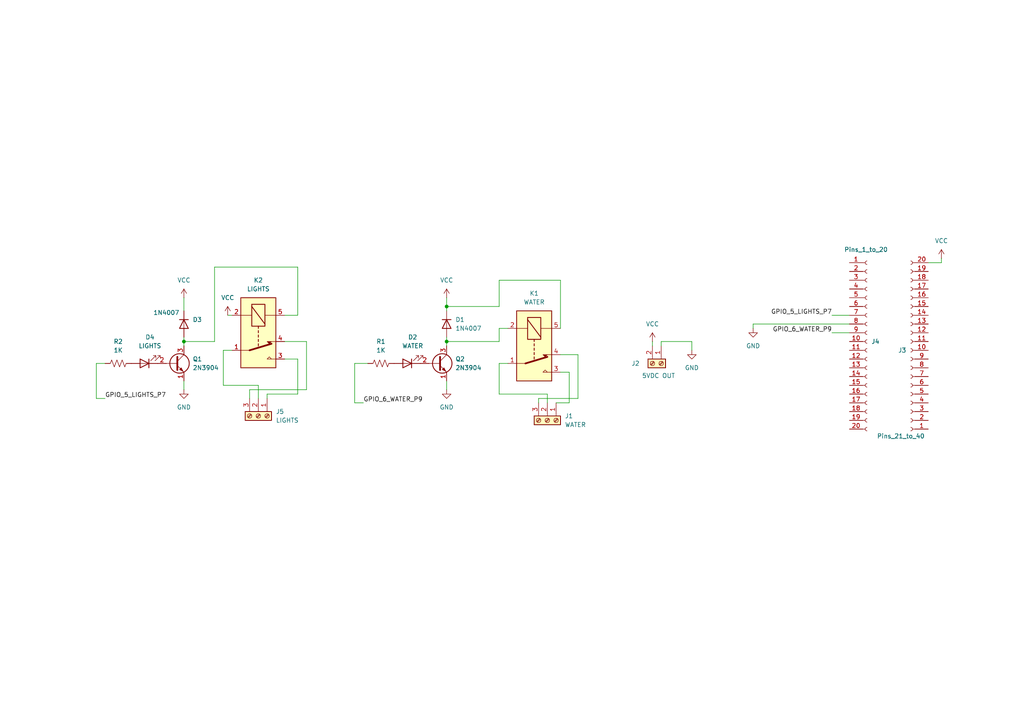
<source format=kicad_sch>
(kicad_sch (version 20250114) (generator "eeschema") (generator_version "9.0")
  (paper "A4")
  (lib_symbols
    (symbol "Conn_01x20_Socket_1" (pin_names (offset 1.016) (hide yes))
      (property "Reference" "J" (at 0 25.4 0))
      (property "Value" "Conn_01x20_Socket" (at 0 -27.94 0))
      (symbol "Conn_01x20_Socket_1_1_1"
        (polyline (pts (xy -1.27 22.86) (xy -0.508 22.86)) (stroke (width 0.1524)))
        (polyline (pts (xy -1.27 20.32) (xy -0.508 20.32)) (stroke (width 0.1524)))
        (polyline (pts (xy -1.27 17.78) (xy -0.508 17.78)) (stroke (width 0.1524)))
        (polyline (pts (xy -1.27 15.24) (xy -0.508 15.24)) (stroke (width 0.1524)))
        (polyline (pts (xy -1.27 12.7) (xy -0.508 12.7)) (stroke (width 0.1524)))
        (polyline (pts (xy -1.27 10.16) (xy -0.508 10.16)) (stroke (width 0.1524)))
        (polyline (pts (xy -1.27 7.62) (xy -0.508 7.62)) (stroke (width 0.1524)))
        (polyline (pts (xy -1.27 5.08) (xy -0.508 5.08)) (stroke (width 0.1524)))
        (polyline (pts (xy -1.27 2.54) (xy -0.508 2.54)) (stroke (width 0.1524)))
        (polyline (pts (xy -1.27 0) (xy -0.508 0)) (stroke (width 0.1524)))
        (polyline (pts (xy -1.27 -2.54) (xy -0.508 -2.54)) (stroke (width 0.1524)))
        (polyline (pts (xy -1.27 -5.08) (xy -0.508 -5.08)) (stroke (width 0.1524)))
        (polyline (pts (xy -1.27 -7.62) (xy -0.508 -7.62)) (stroke (width 0.1524)))
        (polyline (pts (xy -1.27 -10.16) (xy -0.508 -10.16)) (stroke (width 0.1524)))
        (polyline (pts (xy -1.27 -12.7) (xy -0.508 -12.7)) (stroke (width 0.1524)))
        (polyline (pts (xy -1.27 -15.24) (xy -0.508 -15.24)) (stroke (width 0.1524)))
        (polyline (pts (xy -1.27 -17.78) (xy -0.508 -17.78)) (stroke (width 0.1524)))
        (polyline (pts (xy -1.27 -20.32) (xy -0.508 -20.32)) (stroke (width 0.1524)))
        (polyline (pts (xy -1.27 -22.86) (xy -0.508 -22.86)) (stroke (width 0.1524)))
        (polyline (pts (xy -1.27 -25.4) (xy -0.508 -25.4)) (stroke (width 0.1524)))
        (arc (start 0 22.352) (mid -0.5058 22.86) (end 0 23.368) (stroke (width 0.1524)))
        (arc (start 0 19.812) (mid -0.5058 20.32) (end 0 20.828) (stroke (width 0.1524)))
        (arc (start 0 17.272) (mid -0.5058 17.78) (end 0 18.288) (stroke (width 0.1524)))
        (arc (start 0 14.732) (mid -0.5058 15.24) (end 0 15.748) (stroke (width 0.1524)))
        (arc (start 0 12.192) (mid -0.5058 12.7) (end 0 13.208) (stroke (width 0.1524)))
        (arc (start 0 9.652) (mid -0.5058 10.16) (end 0 10.668) (stroke (width 0.1524)))
        (arc (start 0 7.112) (mid -0.5058 7.62) (end 0 8.128) (stroke (width 0.1524)))
        (arc (start 0 4.572) (mid -0.5058 5.08) (end 0 5.588) (stroke (width 0.1524)))
        (arc (start 0 2.032) (mid -0.5058 2.54) (end 0 3.048) (stroke (width 0.1524)))
        (arc (start 0 -0.508) (mid -0.5058 0) (end 0 0.508) (stroke (width 0.1524)))
        (arc (start 0 -3.048) (mid -0.5058 -2.54) (end 0 -2.032) (stroke (width 0.1524)))
        (arc (start 0 -5.588) (mid -0.5058 -5.08) (end 0 -4.572) (stroke (width 0.1524)))
        (arc (start 0 -8.128) (mid -0.5058 -7.62) (end 0 -7.112) (stroke (width 0.1524)))
        (arc (start 0 -10.668) (mid -0.5058 -10.16) (end 0 -9.652) (stroke (width 0.1524)))
        (arc (start 0 -13.208) (mid -0.5058 -12.7) (end 0 -12.192) (stroke (width 0.1524)))
        (arc (start 0 -15.748) (mid -0.5058 -15.24) (end 0 -14.732) (stroke (width 0.1524)))
        (arc (start 0 -18.288) (mid -0.5058 -17.78) (end 0 -17.272) (stroke (width 0.1524)))
        (arc (start 0 -20.828) (mid -0.5058 -20.32) (end 0 -19.812) (stroke (width 0.1524)))
        (arc (start 0 -23.368) (mid -0.5058 -22.86) (end 0 -22.352) (stroke (width 0.1524)))
        (arc (start 0 -25.908) (mid -0.5058 -25.4) (end 0 -24.892) (stroke (width 0.1524)))
        (pin passive line (at -5.08 22.86 0) (length 3.81) (name "Pin_1") (number "1"))
        (pin passive line (at -5.08 20.32 0) (length 3.81) (name "Pin_2") (number "2"))
        (pin passive line (at -5.08 17.78 0) (length 3.81) (name "Pin_3") (number "3"))
        (pin passive line (at -5.08 15.24 0) (length 3.81) (name "Pin_4") (number "4"))
        (pin passive line (at -5.08 12.7 0) (length 3.81) (name "Pin_5") (number "5"))
        (pin passive line (at -5.08 10.16 0) (length 3.81) (name "Pin_6") (number "6"))
        (pin passive line (at -5.08 7.62 0) (length 3.81) (name "Pin_7") (number "7"))
        (pin passive line (at -5.08 5.08 0) (length 3.81) (name "Pin_8") (number "8"))
        (pin passive line (at -5.08 2.54 0) (length 3.81) (name "Pin_9") (number "9"))
        (pin passive line (at -5.08 0 0) (length 3.81) (name "Pin_10") (number "10"))
        (pin passive line (at -5.08 -2.54 0) (length 3.81) (name "Pin_11") (number "11"))
        (pin passive line (at -5.08 -5.08 0) (length 3.81) (name "Pin_12") (number "12"))
        (pin passive line (at -5.08 -7.62 0) (length 3.81) (name "Pin_13") (number "13"))
        (pin passive line (at -5.08 -10.16 0) (length 3.81) (name "Pin_14") (number "14"))
        (pin passive line (at -5.08 -12.7 0) (length 3.81) (name "Pin_15") (number "15"))
        (pin passive line (at -5.08 -15.24 0) (length 3.81) (name "Pin_16") (number "16"))
        (pin passive line (at -5.08 -17.78 0) (length 3.81) (name "Pin_17") (number "17"))
        (pin passive line (at -5.08 -20.32 0) (length 3.81) (name "Pin_18") (number "18"))
        (pin passive line (at -5.08 -22.86 0) (length 3.81) (name "Pin_19") (number "19"))
        (pin passive line (at -5.08 -25.4 0) (length 3.81) (name "Pin_20") (number "20"))
      )
    )
    (symbol "Connector:Conn_01x20_Socket" (pin_names (offset 1.016) (hide yes))
      (property "Reference" "J" (at 0 25.4 0))
      (property "Value" "Conn_01x20_Socket" (at 0 -27.94 0))
      (symbol "Conn_01x20_Socket_1_1"
        (polyline (pts (xy -1.27 22.86) (xy -0.508 22.86)) (stroke (width 0.1524)))
        (polyline (pts (xy -1.27 20.32) (xy -0.508 20.32)) (stroke (width 0.1524)))
        (polyline (pts (xy -1.27 17.78) (xy -0.508 17.78)) (stroke (width 0.1524)))
        (polyline (pts (xy -1.27 15.24) (xy -0.508 15.24)) (stroke (width 0.1524)))
        (polyline (pts (xy -1.27 12.7) (xy -0.508 12.7)) (stroke (width 0.1524)))
        (polyline (pts (xy -1.27 10.16) (xy -0.508 10.16)) (stroke (width 0.1524)))
        (polyline (pts (xy -1.27 7.62) (xy -0.508 7.62)) (stroke (width 0.1524)))
        (polyline (pts (xy -1.27 5.08) (xy -0.508 5.08)) (stroke (width 0.1524)))
        (polyline (pts (xy -1.27 2.54) (xy -0.508 2.54)) (stroke (width 0.1524)))
        (polyline (pts (xy -1.27 0) (xy -0.508 0)) (stroke (width 0.1524)))
        (polyline (pts (xy -1.27 -2.54) (xy -0.508 -2.54)) (stroke (width 0.1524)))
        (polyline (pts (xy -1.27 -5.08) (xy -0.508 -5.08)) (stroke (width 0.1524)))
        (polyline (pts (xy -1.27 -7.62) (xy -0.508 -7.62)) (stroke (width 0.1524)))
        (polyline (pts (xy -1.27 -10.16) (xy -0.508 -10.16)) (stroke (width 0.1524)))
        (polyline (pts (xy -1.27 -12.7) (xy -0.508 -12.7)) (stroke (width 0.1524)))
        (polyline (pts (xy -1.27 -15.24) (xy -0.508 -15.24)) (stroke (width 0.1524)))
        (polyline (pts (xy -1.27 -17.78) (xy -0.508 -17.78)) (stroke (width 0.1524)))
        (polyline (pts (xy -1.27 -20.32) (xy -0.508 -20.32)) (stroke (width 0.1524)))
        (polyline (pts (xy -1.27 -22.86) (xy -0.508 -22.86)) (stroke (width 0.1524)))
        (polyline (pts (xy -1.27 -25.4) (xy -0.508 -25.4)) (stroke (width 0.1524)))
        (arc (start 0 22.352) (mid -0.5058 22.86) (end 0 23.368) (stroke (width 0.1524)))
        (arc (start 0 19.812) (mid -0.5058 20.32) (end 0 20.828) (stroke (width 0.1524)))
        (arc (start 0 17.272) (mid -0.5058 17.78) (end 0 18.288) (stroke (width 0.1524)))
        (arc (start 0 14.732) (mid -0.5058 15.24) (end 0 15.748) (stroke (width 0.1524)))
        (arc (start 0 12.192) (mid -0.5058 12.7) (end 0 13.208) (stroke (width 0.1524)))
        (arc (start 0 9.652) (mid -0.5058 10.16) (end 0 10.668) (stroke (width 0.1524)))
        (arc (start 0 7.112) (mid -0.5058 7.62) (end 0 8.128) (stroke (width 0.1524)))
        (arc (start 0 4.572) (mid -0.5058 5.08) (end 0 5.588) (stroke (width 0.1524)))
        (arc (start 0 2.032) (mid -0.5058 2.54) (end 0 3.048) (stroke (width 0.1524)))
        (arc (start 0 -0.508) (mid -0.5058 0) (end 0 0.508) (stroke (width 0.1524)))
        (arc (start 0 -3.048) (mid -0.5058 -2.54) (end 0 -2.032) (stroke (width 0.1524)))
        (arc (start 0 -5.588) (mid -0.5058 -5.08) (end 0 -4.572) (stroke (width 0.1524)))
        (arc (start 0 -8.128) (mid -0.5058 -7.62) (end 0 -7.112) (stroke (width 0.1524)))
        (arc (start 0 -10.668) (mid -0.5058 -10.16) (end 0 -9.652) (stroke (width 0.1524)))
        (arc (start 0 -13.208) (mid -0.5058 -12.7) (end 0 -12.192) (stroke (width 0.1524)))
        (arc (start 0 -15.748) (mid -0.5058 -15.24) (end 0 -14.732) (stroke (width 0.1524)))
        (arc (start 0 -18.288) (mid -0.5058 -17.78) (end 0 -17.272) (stroke (width 0.1524)))
        (arc (start 0 -20.828) (mid -0.5058 -20.32) (end 0 -19.812) (stroke (width 0.1524)))
        (arc (start 0 -23.368) (mid -0.5058 -22.86) (end 0 -22.352) (stroke (width 0.1524)))
        (arc (start 0 -25.908) (mid -0.5058 -25.4) (end 0 -24.892) (stroke (width 0.1524)))
        (pin passive line (at -5.08 22.86 0) (length 3.81) (name "Pin_1") (number "1"))
        (pin passive line (at -5.08 20.32 0) (length 3.81) (name "Pin_2") (number "2"))
        (pin passive line (at -5.08 17.78 0) (length 3.81) (name "Pin_3") (number "3"))
        (pin passive line (at -5.08 15.24 0) (length 3.81) (name "Pin_4") (number "4"))
        (pin passive line (at -5.08 12.7 0) (length 3.81) (name "Pin_5") (number "5"))
        (pin passive line (at -5.08 10.16 0) (length 3.81) (name "Pin_6") (number "6"))
        (pin passive line (at -5.08 7.62 0) (length 3.81) (name "Pin_7") (number "7"))
        (pin passive line (at -5.08 5.08 0) (length 3.81) (name "Pin_8") (number "8"))
        (pin passive line (at -5.08 2.54 0) (length 3.81) (name "Pin_9") (number "9"))
        (pin passive line (at -5.08 0 0) (length 3.81) (name "Pin_10") (number "10"))
        (pin passive line (at -5.08 -2.54 0) (length 3.81) (name "Pin_11") (number "11"))
        (pin passive line (at -5.08 -5.08 0) (length 3.81) (name "Pin_12") (number "12"))
        (pin passive line (at -5.08 -7.62 0) (length 3.81) (name "Pin_13") (number "13"))
        (pin passive line (at -5.08 -10.16 0) (length 3.81) (name "Pin_14") (number "14"))
        (pin passive line (at -5.08 -12.7 0) (length 3.81) (name "Pin_15") (number "15"))
        (pin passive line (at -5.08 -15.24 0) (length 3.81) (name "Pin_16") (number "16"))
        (pin passive line (at -5.08 -17.78 0) (length 3.81) (name "Pin_17") (number "17"))
        (pin passive line (at -5.08 -20.32 0) (length 3.81) (name "Pin_18") (number "18"))
        (pin passive line (at -5.08 -22.86 0) (length 3.81) (name "Pin_19") (number "19"))
        (pin passive line (at -5.08 -25.4 0) (length 3.81) (name "Pin_20") (number "20"))
      )
    )
    (symbol "Connector:Screw_Terminal_01x02" (pin_names (offset 1.016) (hide yes))
      (property "Reference" "J" (at 0 2.54 0))
      (property "Value" "Screw_Terminal_01x02" (at 0 -5.08 0))
      (symbol "Screw_Terminal_01x02_1_1"
        (rectangle (start -1.27 1.27) (end 1.27 -3.81) (stroke (width 0.254)) (fill (type background)))
        (polyline (pts (xy -0.5334 0.3302) (xy 0.3302 -0.508)) (stroke (width 0.1524)))
        (polyline (pts (xy -0.5334 -2.2098) (xy 0.3302 -3.048)) (stroke (width 0.1524)))
        (polyline (pts (xy -0.3556 0.508) (xy 0.508 -0.3302)) (stroke (width 0.1524)))
        (polyline (pts (xy -0.3556 -2.032) (xy 0.508 -2.8702)) (stroke (width 0.1524)))
        (circle (center 0 0) (radius 0.635) (stroke (width 0.1524)))
        (circle (center 0 -2.54) (radius 0.635) (stroke (width 0.1524)))
        (pin passive line (at -5.08 0 0) (length 3.81) (name "Pin_1") (number "1"))
        (pin passive line (at -5.08 -2.54 0) (length 3.81) (name "Pin_2") (number "2"))
      )
    )
    (symbol "Connector:Screw_Terminal_01x03" (pin_names (offset 1.016) (hide yes))
      (property "Reference" "J" (at 0 5.08 0))
      (property "Value" "Screw_Terminal_01x03" (at 0 -5.08 0))
      (symbol "Screw_Terminal_01x03_1_1"
        (rectangle (start -1.27 3.81) (end 1.27 -3.81) (stroke (width 0.254)) (fill (type background)))
        (polyline (pts (xy -0.5334 2.8702) (xy 0.3302 2.032)) (stroke (width 0.1524)))
        (polyline (pts (xy -0.5334 0.3302) (xy 0.3302 -0.508)) (stroke (width 0.1524)))
        (polyline (pts (xy -0.5334 -2.2098) (xy 0.3302 -3.048)) (stroke (width 0.1524)))
        (polyline (pts (xy -0.3556 3.048) (xy 0.508 2.2098)) (stroke (width 0.1524)))
        (polyline (pts (xy -0.3556 0.508) (xy 0.508 -0.3302)) (stroke (width 0.1524)))
        (polyline (pts (xy -0.3556 -2.032) (xy 0.508 -2.8702)) (stroke (width 0.1524)))
        (circle (center 0 2.54) (radius 0.635) (stroke (width 0.1524)))
        (circle (center 0 0) (radius 0.635) (stroke (width 0.1524)))
        (circle (center 0 -2.54) (radius 0.635) (stroke (width 0.1524)))
        (pin passive line (at -5.08 2.54 0) (length 3.81) (name "Pin_1") (number "1"))
        (pin passive line (at -5.08 0 0) (length 3.81) (name "Pin_2") (number "2"))
        (pin passive line (at -5.08 -2.54 0) (length 3.81) (name "Pin_3") (number "3"))
      )
    )
    (symbol "Device:LED" (pin_numbers (hide yes)) (pin_names (offset 1.016) (hide yes))
      (property "Reference" "D" (at 0 2.54 0))
      (property "Value" "LED" (at 0 -2.54 0))
      (symbol "LED_0_1"
        (polyline (pts (xy -3.048 -0.762) (xy -4.572 -2.286) (xy -3.81 -2.286) (xy -4.572 -2.286) (xy -4.572 -1.524)))
        (polyline (pts (xy -1.778 -0.762) (xy -3.302 -2.286) (xy -2.54 -2.286) (xy -3.302 -2.286) (xy -3.302 -1.524)))
        (polyline (pts (xy -1.27 0) (xy 1.27 0)))
        (polyline (pts (xy -1.27 -1.27) (xy -1.27 1.27)) (stroke (width 0.254)))
        (polyline (pts (xy 1.27 -1.27) (xy 1.27 1.27) (xy -1.27 0) (xy 1.27 -1.27)) (stroke (width 0.254)))
      )
      (symbol "LED_1_1"
        (pin passive line (at -3.81 0 0) (length 2.54) (name "K") (number "1"))
        (pin passive line (at 3.81 0 180) (length 2.54) (name "A") (number "2"))
      )
    )
    (symbol "Device:R_US" (pin_numbers (hide yes)) (pin_names (offset 0))
      (property "Reference" "R" (at 2.54 0 90))
      (property "Value" "R_US" (at -2.54 0 90))
      (symbol "R_US_0_1"
        (polyline (pts (xy 0 2.286) (xy 0 2.54)))
        (polyline (pts (xy 0 2.286) (xy 1.016 1.905) (xy 0 1.524) (xy -1.016 1.143) (xy 0 0.762)))
        (polyline (pts (xy 0 0.762) (xy 1.016 0.381) (xy 0 0) (xy -1.016 -0.381) (xy 0 -0.762)))
        (polyline (pts (xy 0 -0.762) (xy 1.016 -1.143) (xy 0 -1.524) (xy -1.016 -1.905) (xy 0 -2.286)))
        (polyline (pts (xy 0 -2.286) (xy 0 -2.54)))
      )
      (symbol "R_US_1_1"
        (pin passive line (at 0 3.81 270) (length 1.27) (name "~") (number "1"))
        (pin passive line (at 0 -3.81 90) (length 1.27) (name "~") (number "2"))
      )
    )
    (symbol "Diode:1N4007" (pin_numbers (hide yes)) (pin_names (hide yes))
      (property "Reference" "D" (at 0 2.54 0))
      (property "Value" "1N4007" (at 0 -2.54 0))
      (symbol "1N4007_0_1"
        (polyline (pts (xy -1.27 1.27) (xy -1.27 -1.27)) (stroke (width 0.254)))
        (polyline (pts (xy 1.27 1.27) (xy 1.27 -1.27) (xy -1.27 0) (xy 1.27 1.27)) (stroke (width 0.254)))
        (polyline (pts (xy 1.27 0) (xy -1.27 0)))
      )
      (symbol "1N4007_1_1"
        (pin passive line (at -3.81 0 0) (length 2.54) (name "K") (number "1"))
        (pin passive line (at 3.81 0 180) (length 2.54) (name "A") (number "2"))
      )
    )
    (symbol "Relay:SANYOU_SRD_Form_C"
      (property "Reference" "K" (at 11.43 3.81 0))
      (property "Value" "SANYOU_SRD_Form_C" (at 11.43 1.27 0))
      (symbol "SANYOU_SRD_Form_C_0_0"
        (polyline (pts (xy 7.62 5.08) (xy 7.62 2.54) (xy 6.985 3.175) (xy 7.62 3.81)))
      )
      (symbol "SANYOU_SRD_Form_C_0_1"
        (rectangle (start -10.16 5.08) (end 10.16 -5.08) (stroke (width 0.254)) (fill (type background)))
        (rectangle (start -8.255 1.905) (end -1.905 -1.905) (stroke (width 0.254)))
        (polyline (pts (xy -7.62 -1.905) (xy -2.54 1.905)) (stroke (width 0.254)))
        (polyline (pts (xy -5.08 5.08) (xy -5.08 1.905)))
        (polyline (pts (xy -5.08 -5.08) (xy -5.08 -1.905)))
        (polyline (pts (xy -1.905 0) (xy -1.27 0)) (stroke (width 0.254)))
        (polyline (pts (xy -0.635 0) (xy 0 0)) (stroke (width 0.254)))
        (polyline (pts (xy 0.635 0) (xy 1.27 0)) (stroke (width 0.254)))
        (polyline (pts (xy 1.905 0) (xy 2.54 0)) (stroke (width 0.254)))
        (polyline (pts (xy 3.175 0) (xy 3.81 0)) (stroke (width 0.254)))
        (polyline (pts (xy 5.08 -2.54) (xy 3.175 3.81)) (stroke (width 0.508)))
        (polyline (pts (xy 5.08 -2.54) (xy 5.08 -5.08)))
      )
      (symbol "SANYOU_SRD_Form_C_1_1"
        (polyline (pts (xy 2.54 3.81) (xy 3.175 3.175) (xy 2.54 2.54) (xy 2.54 5.08)) (fill (type outline)))
        (pin passive line (at -5.08 7.62 270) (length 2.54) (name "~") (number "5"))
        (pin passive line (at -5.08 -7.62 90) (length 2.54) (name "~") (number "2"))
        (pin passive line (at 2.54 7.62 270) (length 2.54) (name "~") (number "4"))
        (pin passive line (at 5.08 -7.62 90) (length 2.54) (name "~") (number "1"))
        (pin passive line (at 7.62 7.62 270) (length 2.54) (name "~") (number "3"))
      )
    )
    (symbol "Transistor_BJT:2N3904" (pin_names (offset 0) (hide yes))
      (property "Reference" "Q" (at 5.08 1.905 0))
      (property "Value" "2N3904" (at 5.08 0 0))
      (symbol "2N3904_0_1"
        (polyline (pts (xy -2.54 0) (xy 0.635 0)))
        (polyline (pts (xy 0.635 1.905) (xy 0.635 -1.905)) (stroke (width 0.508)))
        (circle (center 1.27 0) (radius 2.8194) (stroke (width 0.254)))
      )
      (symbol "2N3904_1_1"
        (polyline (pts (xy 0.635 0.635) (xy 2.54 2.54)))
        (polyline (pts (xy 0.635 -0.635) (xy 2.54 -2.54)))
        (polyline (pts (xy 1.27 -1.778) (xy 1.778 -1.27) (xy 2.286 -2.286) (xy 1.27 -1.778)) (fill (type outline)))
        (pin input line (at -5.08 0 0) (length 2.54) (name "B") (number "2"))
        (pin passive line (at 2.54 5.08 270) (length 2.54) (name "C") (number "3"))
        (pin passive line (at 2.54 -5.08 90) (length 2.54) (name "E") (number "1"))
      )
    )
    (symbol "power:GND" (power) (pin_numbers (hide yes)) (pin_names (offset 0) (hide yes))
      (property "Value" "GND" (at 0 -3.81 0))
      (symbol "GND_0_1"
        (polyline (pts (xy 0 0) (xy 0 -1.27) (xy 1.27 -1.27) (xy 0 -2.54) (xy -1.27 -1.27) (xy 0 -1.27)))
      )
      (symbol "GND_1_1"
        (pin power_in line (at 0 0 270) (length 0) (name "~") (number "1"))
      )
    )
    (symbol "power:VCC" (power) (pin_numbers (hide yes)) (pin_names (offset 0) (hide yes))
      (property "Value" "VCC" (at 0 3.556 0))
      (symbol "VCC_0_1"
        (polyline (pts (xy -0.762 1.27) (xy 0 2.54)))
        (polyline (pts (xy 0 2.54) (xy 0.762 1.27)))
        (polyline (pts (xy 0 0) (xy 0 2.54)))
      )
      (symbol "VCC_1_1"
        (pin power_in line (at 0 0 90) (length 0) (name "~") (number "1"))
      )
    )
  )
  (junction (at 129.54 99.06))
  (junction (at 129.54 88.9))
  (junction (at 53.34 99.06))
  (wire (pts (xy 165.1 116.84) (xy 161.29 116.84)))
  (wire (pts (xy 86.36 91.44) (xy 86.36 77.47)))
  (wire (pts (xy 162.56 102.87) (xy 167.64 102.87)))
  (wire (pts (xy 64.77 101.6) (xy 64.77 111.76)))
  (wire (pts (xy 144.78 95.25) (xy 144.78 99.06)))
  (wire (pts (xy 241.3 91.44) (xy 246.38 91.44)))
  (wire (pts (xy 158.75 114.3) (xy 144.78 114.3)))
  (wire (pts (xy 158.75 116.84) (xy 158.75 114.3)))
  (wire (pts (xy 106.68 105.41) (xy 102.87 105.41)))
  (wire (pts (xy 30.48 105.41) (xy 27.94 105.41)))
  (wire (pts (xy 218.44 93.98) (xy 218.44 95.25)))
  (wire (pts (xy 53.34 99.06) (xy 53.34 97.79)))
  (wire (pts (xy 129.54 97.79) (xy 129.54 99.06)))
  (wire (pts (xy 144.78 88.9) (xy 129.54 88.9)))
  (wire (pts (xy 167.64 115.57) (xy 156.21 115.57)))
  (wire (pts (xy 162.56 95.25) (xy 162.56 81.28)))
  (wire (pts (xy 62.23 77.47) (xy 62.23 99.06)))
  (wire (pts (xy 273.05 76.2) (xy 273.05 74.93)))
  (wire (pts (xy 67.31 101.6) (xy 64.77 101.6)))
  (wire (pts (xy 53.34 86.36) (xy 53.34 90.17)))
  (wire (pts (xy 167.64 102.87) (xy 167.64 115.57)))
  (wire (pts (xy 72.39 113.03) (xy 72.39 115.57)))
  (wire (pts (xy 200.66 99.06) (xy 200.66 101.6)))
  (wire (pts (xy 189.23 99.06) (xy 189.23 100.33)))
  (wire (pts (xy 77.47 114.3) (xy 77.47 115.57)))
  (wire (pts (xy 67.31 91.44) (xy 66.04 91.44)))
  (wire (pts (xy 147.32 95.25) (xy 144.78 95.25)))
  (wire (pts (xy 129.54 88.9) (xy 129.54 90.17)))
  (wire (pts (xy 144.78 114.3) (xy 144.78 105.41)))
  (wire (pts (xy 269.24 76.2) (xy 273.05 76.2)))
  (wire (pts (xy 82.55 104.14) (xy 86.36 104.14)))
  (wire (pts (xy 27.94 105.41) (xy 27.94 115.57)))
  (wire (pts (xy 156.21 115.57) (xy 156.21 116.84)))
  (wire (pts (xy 102.87 105.41) (xy 102.87 116.84)))
  (wire (pts (xy 102.87 116.84) (xy 105.41 116.84)))
  (wire (pts (xy 53.34 99.06) (xy 62.23 99.06)))
  (wire (pts (xy 86.36 114.3) (xy 77.47 114.3)))
  (wire (pts (xy 165.1 107.95) (xy 165.1 116.84)))
  (wire (pts (xy 64.77 111.76) (xy 74.93 111.76)))
  (wire (pts (xy 129.54 86.36) (xy 129.54 88.9)))
  (wire (pts (xy 86.36 104.14) (xy 86.36 114.3)))
  (wire (pts (xy 53.34 100.33) (xy 53.34 99.06)))
  (wire (pts (xy 27.94 115.57) (xy 30.48 115.57)))
  (wire (pts (xy 144.78 105.41) (xy 147.32 105.41)))
  (wire (pts (xy 241.3 96.52) (xy 246.38 96.52)))
  (wire (pts (xy 162.56 81.28) (xy 144.78 81.28)))
  (wire (pts (xy 82.55 91.44) (xy 86.36 91.44)))
  (wire (pts (xy 82.55 99.06) (xy 88.9 99.06)))
  (wire (pts (xy 129.54 113.03) (xy 129.54 110.49)))
  (wire (pts (xy 162.56 107.95) (xy 165.1 107.95)))
  (wire (pts (xy 144.78 99.06) (xy 129.54 99.06)))
  (wire (pts (xy 144.78 81.28) (xy 144.78 88.9)))
  (wire (pts (xy 218.44 93.98) (xy 246.38 93.98)))
  (wire (pts (xy 74.93 111.76) (xy 74.93 115.57)))
  (wire (pts (xy 129.54 99.06) (xy 129.54 100.33)))
  (wire (pts (xy 191.77 99.06) (xy 200.66 99.06)))
  (wire (pts (xy 88.9 113.03) (xy 72.39 113.03)))
  (wire (pts (xy 191.77 100.33) (xy 191.77 99.06)))
  (wire (pts (xy 88.9 99.06) (xy 88.9 113.03)))
  (wire (pts (xy 86.36 77.47) (xy 62.23 77.47)))
  (wire (pts (xy 53.34 113.03) (xy 53.34 110.49)))
  (label "GPIO_6_WATER_P9" (at 241.3 96.52 180))
  (label "GPIO_5_LIGHTS_P7" (at 30.48 115.57 0))
  (label "GPIO_5_LIGHTS_P7" (at 241.3 91.44 180))
  (label "GPIO_6_WATER_P9" (at 105.41 116.84 0))
  (symbol (lib_id "Connector:Conn_01x20_Socket") (at 264.16 101.6 180) (unit 1)
    (property "Reference" "J3" (at 262.89 101.6001 0) (effects (justify left)))
    (property "Value" "Pins_21_to_40" (at 268.224 126.492 0) (effects (justify left)))
    (property "Footprint" "Connector_PinSocket_2.54mm:PinSocket_1x20_P2.54mm_Vertical" (effects (hide yes)))
    (property "Description" "Generic connector, single row, 01x20, script generated" (effects (hide yes)))
  )
  (symbol (lib_id "power:GND") (at 200.66 101.6 0) (unit 1)
    (property "Reference" "#PWR08" (effects (hide yes)))
    (property "Value" "GND" (at 200.66 106.68 0))
    (property "Description" "Power symbol creates a global label with name \"GND\" , ground" (effects (hide yes)))
  )
  (symbol (lib_id "Device:LED") (at 41.91 105.41 180) (unit 1)
    (property "Reference" "D4" (at 43.4975 97.79 0))
    (property "Value" "LIGHTS" (at 43.4975 100.33 0))
    (property "Footprint" "LED_THT:LED_D3.0mm" (effects (hide yes)))
    (property "Description" "Light emitting diode" (effects (hide yes)))
    (property "Sim.Pins" "1=K 2=A" (effects (hide yes)))
  )
  (symbol (lib_id "power:VCC") (at 53.34 86.36 0) (unit 1)
    (property "Reference" "#PWR03" (effects (hide yes)))
    (property "Value" "VCC" (at 53.34 81.28 0))
    (property "Description" "Power symbol creates a global label with name \"VCC\"" (effects (hide yes)))
  )
  (symbol (lib_id "power:GND") (at 129.54 113.03 0) (unit 1)
    (property "Reference" "#PWR01" (effects (hide yes)))
    (property "Value" "GND" (at 129.54 118.11 0))
    (property "Description" "Power symbol creates a global label with name \"GND\" , ground" (effects (hide yes)))
  )
  (symbol (lib_id "Diode:1N4007") (at 129.54 93.98 270) (unit 1)
    (property "Reference" "D1" (at 132.08 92.7099 90) (effects (justify left)))
    (property "Value" "1N4007" (at 132.08 95.2499 90) (effects (justify left)))
    (property "Footprint" "Diode_THT:D_DO-41_SOD81_P10.16mm_Horizontal" (effects (hide yes)))
    (property "Datasheet" "http://www.vishay.com/docs/88503/1n4001.pdf" (effects (hide yes)))
    (property "Description" "1000V 1A General Purpose Rectifier Diode, DO-41" (effects (hide yes)))
    (property "Sim.Device" "D" (effects (hide yes)))
    (property "Sim.Pins" "1=K 2=A" (effects (hide yes)))
  )
  (symbol (lib_id "power:GND") (at 53.34 113.03 0) (unit 1)
    (property "Reference" "#PWR02" (effects (hide yes)))
    (property "Value" "GND" (at 53.34 118.11 0))
    (property "Description" "Power symbol creates a global label with name \"GND\" , ground" (effects (hide yes)))
  )
  (symbol (lib_id "Device:R_US") (at 110.49 105.41 90) (unit 1)
    (property "Reference" "R1" (at 110.49 99.06 90))
    (property "Value" "1K" (at 110.49 101.6 90))
    (property "Footprint" "Resistor_THT:R_Axial_DIN0207_L6.3mm_D2.5mm_P7.62mm_Horizontal" (effects (hide yes)))
    (property "Description" "Resistor, US symbol" (effects (hide yes)))
  )
  (symbol (lib_id "Diode:1N4007") (at 53.34 93.98 270) (unit 1)
    (property "Reference" "D3" (at 55.88 92.7099 90) (effects (justify left)))
    (property "Value" "1N4007" (at 44.45 90.678 90) (effects (justify left)))
    (property "Footprint" "Diode_THT:D_DO-41_SOD81_P10.16mm_Horizontal" (effects (hide yes)))
    (property "Datasheet" "http://www.vishay.com/docs/88503/1n4001.pdf" (effects (hide yes)))
    (property "Description" "1000V 1A General Purpose Rectifier Diode, DO-41" (effects (hide yes)))
    (property "Sim.Device" "D" (effects (hide yes)))
    (property "Sim.Pins" "1=K 2=A" (effects (hide yes)))
  )
  (symbol (lib_id "power:VCC") (at 189.23 99.06 0) (unit 1)
    (property "Reference" "#PWR07" (effects (hide yes)))
    (property "Value" "VCC" (at 189.23 93.98 0))
    (property "Description" "Power symbol creates a global label with name \"VCC\"" (effects (hide yes)))
  )
  (symbol (lib_id "Transistor_BJT:2N3904") (at 127 105.41 0) (unit 1)
    (property "Reference" "Q2" (at 132.08 104.1399 0) (effects (justify left)))
    (property "Value" "2N3904" (at 132.08 106.6799 0) (effects (justify left)))
    (property "Footprint" "Package_TO_SOT_THT:TO-92_Inline" (effects (hide yes)))
    (property "Datasheet" "https://www.onsemi.com/pub/Collateral/2N3903-D.PDF" (effects (hide yes)))
    (property "Description" "0.2A Ic, 40V Vce, Small Signal NPN Transistor, TO-92" (effects (hide yes)))
  )
  (symbol (lib_id "power:VCC") (at 273.05 74.93 0) (unit 1)
    (property "Reference" "#PWR05" (effects (hide yes)))
    (property "Value" "VCC" (at 273.05 69.85 0))
    (property "Description" "Power symbol creates a global label with name \"VCC\"" (effects (hide yes)))
  )
  (symbol (lib_id "Connector:Screw_Terminal_01x02") (at 191.77 105.41 270) (unit 1)
    (property "Reference" "J2" (at 183.134 105.41 90) (effects (justify left)))
    (property "Value" "5VDC OUT" (at 186.182 108.966 90) (effects (justify left)))
    (property "Footprint" "TerminalBlock_Phoenix:TerminalBlock_Phoenix_MKDS-1,5-2_1x02_P5.00mm_Horizontal" (effects (hide yes)))
    (property "Description" "Generic screw terminal, single row, 01x02, script generated (kicad-library-utils/schlib/autogen/connector/)" (effects (hide yes)))
  )
  (symbol (lib_id "power:VCC") (at 129.54 86.36 0) (unit 1)
    (property "Reference" "#PWR04" (effects (hide yes)))
    (property "Value" "VCC" (at 129.54 81.28 0))
    (property "Description" "Power symbol creates a global label with name \"VCC\"" (effects (hide yes)))
  )
  (symbol (lib_name "Conn_01x20_Socket_1") (lib_id "Connector:Conn_01x20_Socket") (at 251.46 99.06 0) (unit 1)
    (property "Reference" "J4" (at 252.73 99.0599 0) (effects (justify left)))
    (property "Value" "Pins_1_to_20" (at 244.856 72.39 0) (effects (justify left)))
    (property "Footprint" "Connector_PinSocket_2.54mm:PinSocket_1x20_P2.54mm_Vertical" (effects (hide yes)))
    (property "Description" "Generic connector, single row, 01x20, script generated" (effects (hide yes)))
  )
  (symbol (lib_id "Connector:Screw_Terminal_01x03") (at 74.93 120.65 270) (unit 1)
    (property "Reference" "J5" (at 80.01 119.3799 90) (effects (justify left)))
    (property "Value" "LIGHTS" (at 80.01 121.9199 90) (effects (justify left)))
    (property "Footprint" "TerminalBlock_Phoenix:TerminalBlock_Phoenix_MKDS-1,5-3_1x03_P5.00mm_Horizontal" (effects (hide yes)))
    (property "Description" "Generic screw terminal, single row, 01x03, script generated (kicad-library-utils/schlib/autogen/connector/)" (effects (hide yes)))
  )
  (symbol (lib_id "Relay:SANYOU_SRD_Form_C") (at 74.93 96.52 270) (unit 1)
    (property "Reference" "K2" (at 74.93 81.28 90))
    (property "Value" "LIGHTS" (at 74.93 83.82 90))
    (property "Footprint" "Relay_THT:Relay_SPDT_SANYOU_SRD_Series_Form_C" (effects (hide yes)))
    (property "Datasheet" "http://www.sanyourelay.ca/public/products/pdf/SRD.pdf" (effects (hide yes)))
    (property "Description" "Sanyo SRD relay, Single Pole Miniature Power Relay," (effects (hide yes)))
  )
  (symbol (lib_id "Transistor_BJT:2N3904") (at 50.8 105.41 0) (unit 1)
    (property "Reference" "Q1" (at 55.88 104.1399 0) (effects (justify left)))
    (property "Value" "2N3904" (at 55.88 106.6799 0) (effects (justify left)))
    (property "Footprint" "Package_TO_SOT_THT:TO-92_Inline" (effects (hide yes)))
    (property "Datasheet" "https://www.onsemi.com/pub/Collateral/2N3903-D.PDF" (effects (hide yes)))
    (property "Description" "0.2A Ic, 40V Vce, Small Signal NPN Transistor, TO-92" (effects (hide yes)))
  )
  (symbol (lib_id "Device:LED") (at 118.11 105.41 180) (unit 1)
    (property "Reference" "D2" (at 119.6975 97.79 0))
    (property "Value" "WATER" (at 119.6975 100.33 0))
    (property "Footprint" "LED_THT:LED_D3.0mm" (effects (hide yes)))
    (property "Description" "Light emitting diode" (effects (hide yes)))
    (property "Sim.Pins" "1=K 2=A" (effects (hide yes)))
  )
  (symbol (lib_id "power:VCC") (at 66.04 91.44 0) (unit 1)
    (property "Reference" "#PWR09" (effects (hide yes)))
    (property "Value" "VCC" (at 66.04 86.36 0))
    (property "Description" "Power symbol creates a global label with name \"VCC\"" (effects (hide yes)))
  )
  (symbol (lib_id "Connector:Screw_Terminal_01x03") (at 158.75 121.92 270) (unit 1)
    (property "Reference" "J1" (at 163.83 120.6499 90) (effects (justify left)))
    (property "Value" "WATER" (at 163.83 123.1899 90) (effects (justify left)))
    (property "Footprint" "TerminalBlock_Phoenix:TerminalBlock_Phoenix_MKDS-1,5-3_1x03_P5.00mm_Horizontal" (effects (hide yes)))
    (property "Description" "Generic screw terminal, single row, 01x03, script generated (kicad-library-utils/schlib/autogen/connector/)" (effects (hide yes)))
  )
  (symbol (lib_id "Device:R_US") (at 34.29 105.41 90) (unit 1)
    (property "Reference" "R2" (at 34.29 99.06 90))
    (property "Value" "1K" (at 34.29 101.6 90))
    (property "Footprint" "Resistor_THT:R_Axial_DIN0207_L6.3mm_D2.5mm_P7.62mm_Horizontal" (effects (hide yes)))
    (property "Description" "Resistor, US symbol" (effects (hide yes)))
  )
  (symbol (lib_id "power:GND") (at 218.44 95.25 0) (unit 1)
    (property "Reference" "#PWR06" (effects (hide yes)))
    (property "Value" "GND" (at 218.44 100.33 0))
    (property "Description" "Power symbol creates a global label with name \"GND\" , ground" (effects (hide yes)))
  )
  (symbol (lib_id "Relay:SANYOU_SRD_Form_C") (at 154.94 100.33 270) (unit 1)
    (property "Reference" "K1" (at 154.94 85.09 90))
    (property "Value" "WATER" (at 154.94 87.63 90))
    (property "Footprint" "Relay_THT:Relay_SPDT_SANYOU_SRD_Series_Form_C" (effects (hide yes)))
    (property "Datasheet" "http://www.sanyourelay.ca/public/products/pdf/SRD.pdf" (effects (hide yes)))
    (property "Description" "Sanyo SRD relay, Single Pole Miniature Power Relay," (effects (hide yes)))
  )
)
</source>
